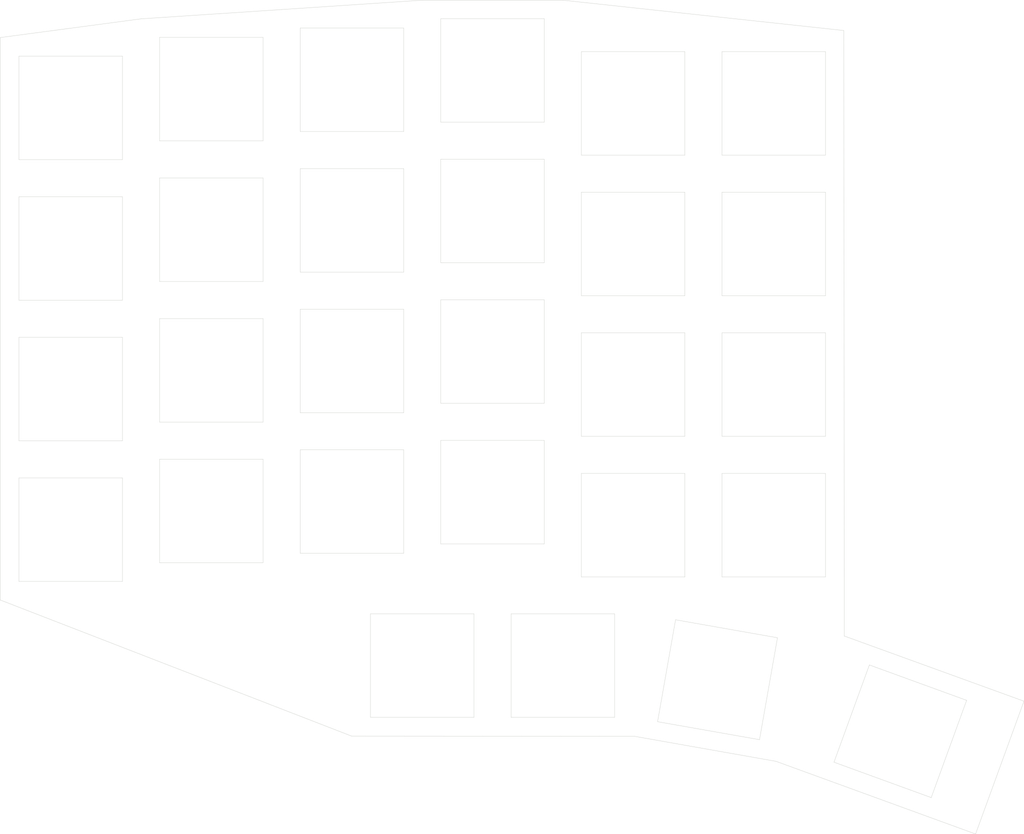
<source format=kicad_pcb>
(kicad_pcb (version 20241229) (generator "pcbnew") (generator_version "9.0")
  (layers (0 "F.Cu" signal) (2 "B.Cu" signal) (13 "F.Paste" user) (15 "B.Paste" user) (5 "F.SilkS" user "F.Silkscreen") (7 "B.SilkS" user "B.Silkscreen") (1 "F.Mask" user) (3 "B.Mask" user) (25 "Edge.Cuts" user))
  (net 0 "")
  (footprint "MountingHole:MountingHole_2.2mm_M2" (layer "F.Cu") (at 154.108475 152.063079)
    (property "Reference" "REF**" (hide yes))
    (property "Value" "MountingHole_2.2mm_M2")
    (pad "" np_thru_hole circle (at 0 0) (size 2.2 2.2) (drill 2.2) (layers "*.Cu" "*.Mask"))
  )
  (footprint "MountingHole:MountingHole_2.2mm_M2" (layer "F.Cu") (at 161.972076 92.104801)
    (property "Reference" "REF**" (hide yes))
    (property "Value" "MountingHole_2.2mm_M2")
    (pad "" np_thru_hole circle (at 0 0) (size 2.2 2.2) (drill 2.2) (layers "*.Cu" "*.Mask"))
  )
  (footprint "MountingHole:MountingHole_2.2mm_M2" (layer "F.Cu") (at 90.117887 151.722455)
    (property "Reference" "REF**" (hide yes))
    (property "Value" "MountingHole_2.2mm_M2")
    (pad "" np_thru_hole circle (at 0 0) (size 2.2 2.2) (drill 2.2) (layers "*.Cu" "*.Mask"))
  )
  (footprint "MountingHole:MountingHole_2.2mm_M2" (layer "F.Cu") (at 85.897926 91.320515)
    (property "Reference" "REF**" (hide yes))
    (property "Value" "MountingHole_2.2mm_M2")
    (pad "" np_thru_hole circle (at 0 0) (size 2.2 2.2) (drill 2.2) (layers "*.Cu" "*.Mask"))
  )
  (gr_line (start 164.468119 94.329471) (end 178.488922 94.329472) (stroke (width 0.05)) (layer "Edge.Cuts"))
  (gr_line (start 145.418119 94.329471) (end 159.438921 94.329473) (stroke (width 0.05)) (layer "Edge.Cuts"))
  (gr_line (start 140.38892 127.959071) (end 140.388921 141.979872) (stroke (width 0.05)) (layer "Edge.Cuts"))
  (gr_line (start 83.238921 133.039073) (end 83.238921 147.059872) (stroke (width 0.05)) (layer "Edge.Cuts"))
  (gr_line (start 121.338921 86.099872) (end 107.31812 86.099873) (stroke (width 0.05)) (layer "Edge.Cuts"))
  (gr_line (start 140.388921 141.979872) (end 126.36812 141.979873) (stroke (width 0.05)) (layer "Edge.Cuts"))
  (gr_line (start 121.33892 129.229072) (end 121.33892 143.249872) (stroke (width 0.05)) (layer "Edge.Cuts"))
  (gr_line (start 88.268121 125.469872) (end 88.268119 111.449072) (stroke (width 0.05)) (layer "Edge.Cuts"))
  (gr_line (start 178.48892 113.379472) (end 178.488922 127.400272) (stroke (width 0.05)) (layer "Edge.Cuts"))
  (gr_line (start 85.767742 70.835409) (end 104.784954 69.57899) (stroke (width 0.05)) (layer "Edge.Cuts"))
  (gr_line (start 114.277968 168.012043) (end 66.686217 149.577138) (stroke (width 0.05)) (layer "Edge.Cuts"))
  (gr_line (start 126.36812 127.959074) (end 140.38892 127.959071) (stroke (width 0.05)) (layer "Edge.Cuts"))
  (gr_line (start 88.268119 130.499071) (end 102.28892 130.499071) (stroke (width 0.05)) (layer "Edge.Cuts"))
  (gr_line (start 130.86392 151.454072) (end 130.863918 165.474871) (stroke (width 0.05)) (layer "Edge.Cuts"))
  (gr_line (start 126.36812 141.979873) (end 126.36812 127.959074) (stroke (width 0.05)) (layer "Edge.Cuts"))
  (gr_line (start 140.388921 89.859073) (end 140.38892 103.879873) (stroke (width 0.05)) (layer "Edge.Cuts"))
  (gr_line (start 205.376059 163.284104) (end 181.025984 154.451811) (stroke (width 0.05)) (layer "Edge.Cuts"))
  (gr_line (start 116.843121 165.474872) (end 116.84312 151.454072) (stroke (width 0.05)) (layer "Edge.Cuts"))
  (gr_line (start 145.41812 108.350271) (end 145.418119 94.329471) (stroke (width 0.05)) (layer "Edge.Cuts"))
  (gr_line (start 159.438921 89.300273) (end 145.41812 89.300271) (stroke (width 0.05)) (layer "Edge.Cuts"))
  (gr_line (start 159.438921 94.329473) (end 159.43892 108.350271) (stroke (width 0.05)) (layer "Edge.Cuts"))
  (gr_line (start 83.23892 108.959872) (end 69.218119 108.959873) (stroke (width 0.05)) (layer "Edge.Cuts"))
  (gr_line (start 145.418119 113.379472) (end 159.43892 113.379471) (stroke (width 0.05)) (layer "Edge.Cuts"))
  (gr_line (start 121.33892 124.199872) (end 107.31812 124.199873) (stroke (width 0.05)) (layer "Edge.Cuts"))
  (gr_line (start 126.368119 89.859073) (end 140.388921 89.859073) (stroke (width 0.05)) (layer "Edge.Cuts"))
  (gr_line (start 164.46812 132.429472) (end 178.48892 132.429472) (stroke (width 0.05)) (layer "Edge.Cuts"))
  (gr_line (start 69.21812 75.889071) (end 83.238919 75.889073) (stroke (width 0.05)) (layer "Edge.Cuts"))
  (gr_line (start 69.218121 147.059873) (end 69.218121 133.039072) (stroke (width 0.05)) (layer "Edge.Cuts"))
  (gr_line (start 178.48892 89.300272) (end 164.468121 89.300271) (stroke (width 0.05)) (layer "Edge.Cuts"))
  (gr_line (start 178.488922 146.450273) (end 164.468119 146.450271) (stroke (width 0.05)) (layer "Edge.Cuts"))
  (gr_line (start 159.43892 132.429472) (end 159.438921 146.450273) (stroke (width 0.05)) (layer "Edge.Cuts"))
  (gr_line (start 83.238919 75.889073) (end 83.23892 89.909871) (stroke (width 0.05)) (layer "Edge.Cuts"))
  (gr_line (start 198.824366 181.278256) (end 171.783236 171.431495) (stroke (width 0.05)) (layer "Edge.Cuts"))
  (gr_line (start 149.913919 165.474871) (end 135.893121 165.474872) (stroke (width 0.05)) (layer "Edge.Cuts"))
  (gr_line (start 135.89312 151.454071) (end 149.91392 151.454072) (stroke (width 0.05)) (layer "Edge.Cuts"))
  (gr_line (start 88.268119 92.399073) (end 102.28892 92.399072) (stroke (width 0.05)) (layer "Edge.Cuts"))
  (gr_line (start 102.28892 92.399072) (end 102.288921 106.419872) (stroke (width 0.05)) (layer "Edge.Cuts"))
  (gr_line (start 159.43892 75.279473) (end 159.438921 89.300273) (stroke (width 0.05)) (layer "Edge.Cuts"))
  (gr_line (start 197.609916 163.17083) (end 192.81452 176.346072) (stroke (width 0.05)) (layer "Edge.Cuts"))
  (gr_line (start 107.31812 124.199873) (end 107.318121 110.179071) (stroke (width 0.05)) (layer "Edge.Cuts"))
  (gr_line (start 164.468121 75.279472) (end 178.488922 75.279473) (stroke (width 0.05)) (layer "Edge.Cuts"))
  (gr_line (start 107.31812 91.129072) (end 121.33892 91.129072) (stroke (width 0.05)) (layer "Edge.Cuts"))
  (gr_line (start 121.338919 110.179072) (end 121.33892 124.199872) (stroke (width 0.05)) (layer "Edge.Cuts"))
  (gr_line (start 69.218121 94.939072) (end 83.238919 94.939071) (stroke (width 0.05)) (layer "Edge.Cuts"))
  (gr_line (start 159.438921 146.450273) (end 145.418119 146.450271) (stroke (width 0.05)) (layer "Edge.Cuts"))
  (gr_line (start 66.686217 149.577138) (end 66.673537 73.374683) (stroke (width 0.05)) (layer "Edge.Cuts"))
  (gr_line (start 178.48892 132.429472) (end 178.488922 146.450273) (stroke (width 0.05)) (layer "Edge.Cuts"))
  (gr_line (start 164.468121 89.300271) (end 164.468121 75.279472) (stroke (width 0.05)) (layer "Edge.Cuts"))
  (gr_line (start 159.43892 108.350271) (end 145.41812 108.350271) (stroke (width 0.05)) (layer "Edge.Cuts"))
  (gr_line (start 88.268119 111.449072) (end 102.28892 111.449073) (stroke (width 0.05)) (layer "Edge.Cuts"))
  (gr_line (start 178.488922 127.400272) (end 164.468121 127.400273) (stroke (width 0.05)) (layer "Edge.Cuts"))
  (gr_line (start 116.84312 151.454072) (end 130.86392 151.454072) (stroke (width 0.05)) (layer "Edge.Cuts"))
  (gr_line (start 140.388921 122.929871) (end 126.368119 122.929871) (stroke (width 0.05)) (layer "Edge.Cuts"))
  (gr_line (start 126.368119 103.879871) (end 126.368119 89.859073) (stroke (width 0.05)) (layer "Edge.Cuts"))
  (gr_line (start 169.54812 168.497473) (end 155.740328 166.062786) (stroke (width 0.05)) (layer "Edge.Cuts"))
  (gr_line (start 107.31812 143.249873) (end 107.31812 129.229072) (stroke (width 0.05)) (layer "Edge.Cuts"))
  (gr_line (start 145.41812 127.400273) (end 145.418119 113.379472) (stroke (width 0.05)) (layer "Edge.Cuts"))
  (gr_line (start 123.85123 68.309412) (end 142.889574 68.309526) (stroke (width 0.05)) (layer "Edge.Cuts"))
  (gr_line (start 126.36812 70.809074) (end 140.388921 70.809071) (stroke (width 0.05)) (layer "Edge.Cuts"))
  (gr_line (start 107.31812 72.079072) (end 121.33892 72.079072) (stroke (width 0.05)) (layer "Edge.Cuts"))
  (gr_line (start 102.288919 144.519871) (end 88.268121 144.519872) (stroke (width 0.05)) (layer "Edge.Cuts"))
  (gr_line (start 142.889574 68.309526) (end 180.97688 72.421401) (stroke (width 0.05)) (layer "Edge.Cuts"))
  (gr_line (start 159.438921 127.400272) (end 145.41812 127.400273) (stroke (width 0.05)) (layer "Edge.Cuts"))
  (gr_line (start 83.23892 128.009873) (end 69.218121 128.009873) (stroke (width 0.05)) (layer "Edge.Cuts"))
  (gr_line (start 152.626304 168.044672) (end 114.277968 168.012043) (stroke (width 0.05)) (layer "Edge.Cuts"))
  (gr_line (start 135.893121 165.474872) (end 135.89312 151.454071) (stroke (width 0.05)) (layer "Edge.Cuts"))
  (gr_line (start 69.218121 128.009873) (end 69.218121 113.989073) (stroke (width 0.05)) (layer "Edge.Cuts"))
  (gr_line (start 178.488922 75.279473) (end 178.48892 89.300272) (stroke (width 0.05)) (layer "Edge.Cuts"))
  (gr_line (start 121.33892 143.249872) (end 107.31812 143.249873) (stroke (width 0.05)) (layer "Edge.Cuts"))
  (gr_line (start 83.23892 89.909871) (end 69.218119 89.909873) (stroke (width 0.05)) (layer "Edge.Cuts"))
  (gr_line (start 83.238922 113.989072) (end 83.23892 128.009873) (stroke (width 0.05)) (layer "Edge.Cuts"))
  (gr_line (start 145.41812 89.300271) (end 145.41812 75.279472) (stroke (width 0.05)) (layer "Edge.Cuts"))
  (gr_line (start 164.468121 108.350271) (end 164.468119 94.329471) (stroke (width 0.05)) (layer "Edge.Cuts"))
  (gr_line (start 140.38892 84.829873) (end 126.36812 84.829873) (stroke (width 0.05)) (layer "Edge.Cuts"))
  (gr_line (start 107.31812 129.229072) (end 121.33892 129.229072) (stroke (width 0.05)) (layer "Edge.Cuts"))
  (gr_line (start 164.468121 127.400273) (end 164.46812 113.379473) (stroke (width 0.05)) (layer "Edge.Cuts"))
  (gr_line (start 69.218121 113.989073) (end 83.238922 113.989072) (stroke (width 0.05)) (layer "Edge.Cuts"))
  (gr_line (start 155.740328 166.062786) (end 158.175015 152.254993) (stroke (width 0.05)) (layer "Edge.Cuts"))
  (gr_line (start 107.31812 86.099873) (end 107.31812 72.079072) (stroke (width 0.05)) (layer "Edge.Cuts"))
  (gr_line (start 140.38892 103.879873) (end 126.368119 103.879871) (stroke (width 0.05)) (layer "Edge.Cuts"))
  (gr_line (start 192.81452 176.346072) (end 179.639279 171.550677) (stroke (width 0.05)) (layer "Edge.Cuts"))
  (gr_line (start 184.434675 158.375434) (end 197.609916 163.17083) (stroke (width 0.05)) (layer "Edge.Cuts"))
  (gr_line (start 88.268121 144.519872) (end 88.268119 130.499071) (stroke (width 0.05)) (layer "Edge.Cuts"))
  (gr_line (start 107.318121 110.179071) (end 121.338919 110.179072) (stroke (width 0.05)) (layer "Edge.Cuts"))
  (gr_line (start 179.639279 171.550677) (end 184.434675 158.375434) (stroke (width 0.05)) (layer "Edge.Cuts"))
  (gr_line (start 205.376059 163.284104) (end 198.824366 181.278256) (stroke (width 0.05)) (layer "Edge.Cuts"))
  (gr_line (start 69.218119 108.959873) (end 69.218121 94.939072) (stroke (width 0.05)) (layer "Edge.Cuts"))
  (gr_line (start 164.46812 113.379473) (end 178.48892 113.379472) (stroke (width 0.05)) (layer "Edge.Cuts"))
  (gr_line (start 66.673537 73.374683) (end 85.767742 70.835409) (stroke (width 0.05)) (layer "Edge.Cuts"))
  (gr_line (start 121.338921 105.149872) (end 107.318119 105.149872) (stroke (width 0.05)) (layer "Edge.Cuts"))
  (gr_line (start 171.783236 171.431495) (end 152.626304 168.044672) (stroke (width 0.05)) (layer "Edge.Cuts"))
  (gr_line (start 102.28892 125.469872) (end 88.268121 125.469872) (stroke (width 0.05)) (layer "Edge.Cuts"))
  (gr_line (start 104.784954 69.57899) (end 123.85123 68.309412) (stroke (width 0.05)) (layer "Edge.Cuts"))
  (gr_line (start 121.33892 91.129072) (end 121.338921 105.149872) (stroke (width 0.05)) (layer "Edge.Cuts"))
  (gr_line (start 102.28892 111.449073) (end 102.28892 125.469872) (stroke (width 0.05)) (layer "Edge.Cuts"))
  (gr_line (start 145.418119 146.450271) (end 145.418119 132.429473) (stroke (width 0.05)) (layer "Edge.Cuts"))
  (gr_line (start 178.488922 94.329472) (end 178.488921 108.350271) (stroke (width 0.05)) (layer "Edge.Cuts"))
  (gr_line (start 130.863918 165.474871) (end 116.843121 165.474872) (stroke (width 0.05)) (layer "Edge.Cuts"))
  (gr_line (start 140.388921 70.809071) (end 140.38892 84.829873) (stroke (width 0.05)) (layer "Edge.Cuts"))
  (gr_line (start 88.26812 73.349072) (end 102.288919 73.349071) (stroke (width 0.05)) (layer "Edge.Cuts"))
  (gr_line (start 102.288919 73.349071) (end 102.288921 87.369871) (stroke (width 0.05)) (layer "Edge.Cuts"))
  (gr_line (start 145.418119 132.429473) (end 159.43892 132.429472) (stroke (width 0.05)) (layer "Edge.Cuts"))
  (gr_line (start 83.238919 94.939071) (end 83.23892 108.959872) (stroke (width 0.05)) (layer "Edge.Cuts"))
  (gr_line (start 158.175015 152.254993) (end 171.982806 154.689678) (stroke (width 0.05)) (layer "Edge.Cuts"))
  (gr_line (start 69.218121 133.039072) (end 83.238921 133.039073) (stroke (width 0.05)) (layer "Edge.Cuts"))
  (gr_line (start 102.288921 87.369871) (end 88.268121 87.369872) (stroke (width 0.05)) (layer "Edge.Cuts"))
  (gr_line (start 149.91392 151.454072) (end 149.913919 165.474871) (stroke (width 0.05)) (layer "Edge.Cuts"))
  (gr_line (start 126.36812 108.909072) (end 140.38892 108.909072) (stroke (width 0.05)) (layer "Edge.Cuts"))
  (gr_line (start 171.982806 154.689678) (end 169.54812 168.497473) (stroke (width 0.05)) (layer "Edge.Cuts"))
  (gr_line (start 164.468119 146.450271) (end 164.46812 132.429472) (stroke (width 0.05)) (layer "Edge.Cuts"))
  (gr_line (start 107.318119 105.149872) (end 107.31812 91.129072) (stroke (width 0.05)) (layer "Edge.Cuts"))
  (gr_line (start 121.33892 72.079072) (end 121.338921 86.099872) (stroke (width 0.05)) (layer "Edge.Cuts"))
  (gr_line (start 88.26812 106.419872) (end 88.268119 92.399073) (stroke (width 0.05)) (layer "Edge.Cuts"))
  (gr_line (start 126.36812 84.829873) (end 126.36812 70.809074) (stroke (width 0.05)) (layer "Edge.Cuts"))
  (gr_line (start 126.368119 122.929871) (end 126.36812 108.909072) (stroke (width 0.05)) (layer "Edge.Cuts"))
  (gr_line (start 140.38892 108.909072) (end 140.388921 122.929871) (stroke (width 0.05)) (layer "Edge.Cuts"))
  (gr_line (start 178.488921 108.350271) (end 164.468121 108.350271) (stroke (width 0.05)) (layer "Edge.Cuts"))
  (gr_line (start 88.268121 87.369872) (end 88.26812 73.349072) (stroke (width 0.05)) (layer "Edge.Cuts"))
  (gr_line (start 69.218119 89.909873) (end 69.21812 75.889071) (stroke (width 0.05)) (layer "Edge.Cuts"))
  (gr_line (start 159.43892 113.379471) (end 159.438921 127.400272) (stroke (width 0.05)) (layer "Edge.Cuts"))
  (gr_line (start 180.97688 72.421401) (end 181.025984 154.451811) (stroke (width 0.05)) (layer "Edge.Cuts"))
  (gr_line (start 83.238921 147.059872) (end 69.218121 147.059873) (stroke (width 0.05)) (layer "Edge.Cuts"))
  (gr_line (start 102.288921 106.419872) (end 88.26812 106.419872) (stroke (width 0.05)) (layer "Edge.Cuts"))
  (gr_line (start 102.28892 130.499071) (end 102.288919 144.519871) (stroke (width 0.05)) (layer "Edge.Cuts"))
  (gr_line (start 145.41812 75.279472) (end 159.43892 75.279473) (stroke (width 0.05)) (layer "Edge.Cuts"))
)
</source>
